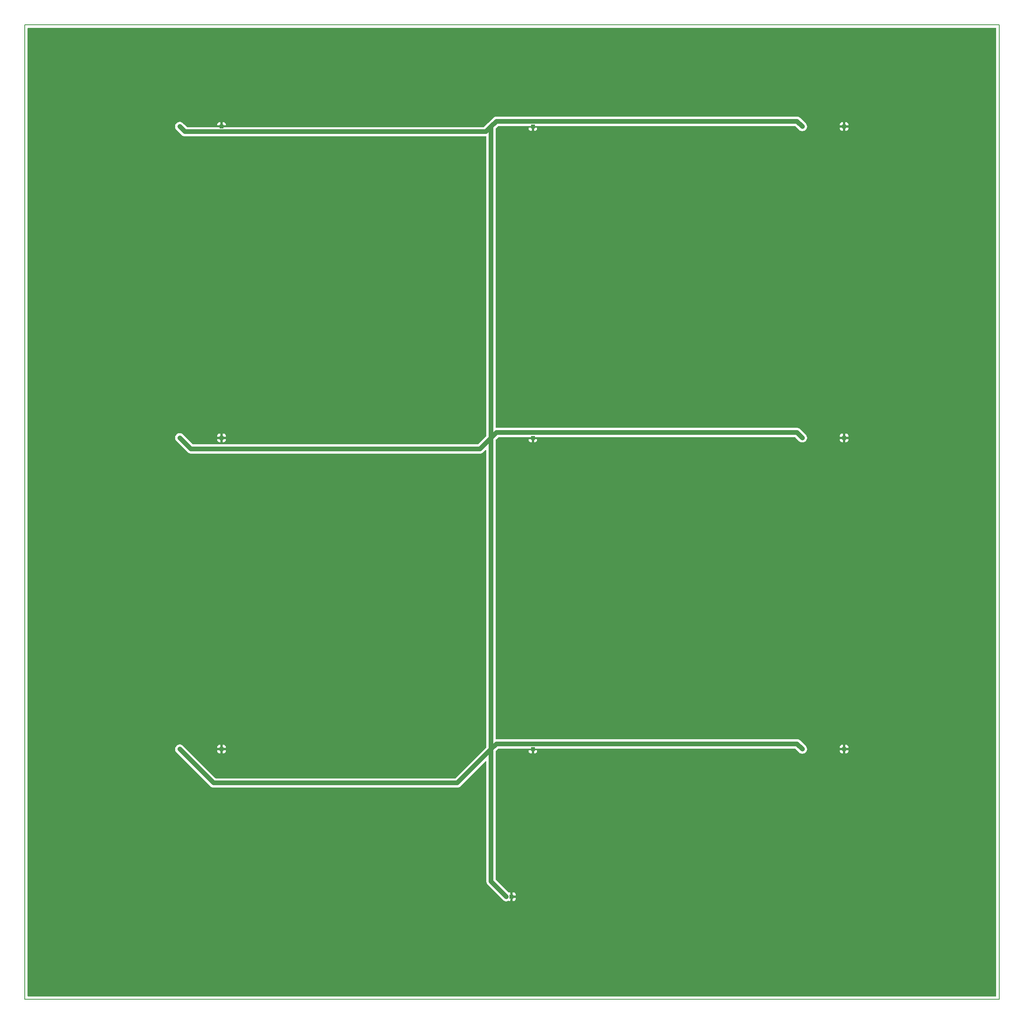
<source format=gbr>
%TF.GenerationSoftware,KiCad,Pcbnew,9.0.4*%
%TF.CreationDate,2025-09-15T19:22:17-07:00*%
%TF.ProjectId,solarboard,736f6c61-7262-46f6-9172-642e6b696361,rev?*%
%TF.SameCoordinates,Original*%
%TF.FileFunction,Copper,L1,Top*%
%TF.FilePolarity,Positive*%
%FSLAX46Y46*%
G04 Gerber Fmt 4.6, Leading zero omitted, Abs format (unit mm)*
G04 Created by KiCad (PCBNEW 9.0.4) date 2025-09-15 19:22:17*
%MOMM*%
%LPD*%
G01*
G04 APERTURE LIST*
%TA.AperFunction,NonConductor*%
%ADD10C,0.200000*%
%TD*%
%TA.AperFunction,ComponentPad*%
%ADD11C,0.850000*%
%TD*%
%TA.AperFunction,ComponentPad*%
%ADD12R,0.850000X0.850000*%
%TD*%
%TA.AperFunction,Conductor*%
%ADD13C,1.000000*%
%TD*%
G04 APERTURE END LIST*
D10*
X2100000Y12000000D02*
X212100000Y12000000D01*
X212100000Y-198000000D01*
X2100000Y-198000000D01*
X2100000Y12000000D01*
D11*
%TO.P,U4,1,V+*%
%TO.N,Net-(J1-Pin_2)*%
X102600000Y-9900000D03*
D12*
%TO.P,U4,2,V-*%
%TO.N,GND*%
X111600000Y-9900000D03*
%TD*%
D11*
%TO.P,U1,1,V+*%
%TO.N,Net-(J1-Pin_2)*%
X35500000Y-9900000D03*
D12*
%TO.P,U1,2,V-*%
%TO.N,GND*%
X44500000Y-9900000D03*
%TD*%
D11*
%TO.P,U8,1,V+*%
%TO.N,Net-(J1-Pin_2)*%
X169700000Y-77000000D03*
D12*
%TO.P,U8,2,V-*%
%TO.N,GND*%
X178700000Y-77000000D03*
%TD*%
D11*
%TO.P,U9,1,V+*%
%TO.N,Net-(J1-Pin_2)*%
X169700000Y-144100000D03*
D12*
%TO.P,U9,2,V-*%
%TO.N,GND*%
X178700000Y-144100000D03*
%TD*%
D11*
%TO.P,U2,1,V+*%
%TO.N,Net-(J1-Pin_2)*%
X35500000Y-77000000D03*
D12*
%TO.P,U2,2,V-*%
%TO.N,GND*%
X44500000Y-77000000D03*
%TD*%
%TO.P,J1,1,Pin_1*%
%TO.N,GND*%
X107000000Y-175900000D03*
D11*
%TO.P,J1,2,Pin_2*%
%TO.N,Net-(J1-Pin_2)*%
X106000000Y-175900000D03*
%TD*%
%TO.P,U7,1,V+*%
%TO.N,Net-(J1-Pin_2)*%
X169700000Y-9900000D03*
D12*
%TO.P,U7,2,V-*%
%TO.N,GND*%
X178700000Y-9900000D03*
%TD*%
D11*
%TO.P,U5,1,V+*%
%TO.N,Net-(J1-Pin_2)*%
X102600000Y-77000000D03*
D12*
%TO.P,U5,2,V-*%
%TO.N,GND*%
X111600000Y-77000000D03*
%TD*%
D11*
%TO.P,U3,1,V+*%
%TO.N,Net-(J1-Pin_2)*%
X35500000Y-144100000D03*
D12*
%TO.P,U3,2,V-*%
%TO.N,GND*%
X44500000Y-144100000D03*
%TD*%
D11*
%TO.P,U6,1,V+*%
%TO.N,Net-(J1-Pin_2)*%
X102600000Y-144100000D03*
D12*
%TO.P,U6,2,V-*%
%TO.N,GND*%
X111600000Y-144100000D03*
%TD*%
D13*
%TO.N,Net-(J1-Pin_2)*%
X169700000Y-77000000D02*
X168574000Y-75874000D01*
X168574000Y-8774000D02*
X103726000Y-8774000D01*
X100200000Y-79400000D02*
X37900000Y-79400000D01*
X102600000Y-144100000D02*
X102600000Y-172626000D01*
X103726000Y-8774000D02*
X102600000Y-9900000D01*
X95300000Y-151400000D02*
X42800000Y-151400000D01*
X37900000Y-79400000D02*
X35500000Y-77000000D01*
X168574000Y-75874000D02*
X103726000Y-75874000D01*
X169700000Y-9900000D02*
X168574000Y-8774000D01*
X102600000Y-77000000D02*
X100200000Y-79400000D01*
X102600000Y-77000000D02*
X102600000Y-144100000D01*
X102600000Y-9900000D02*
X102600000Y-77000000D01*
X168574000Y-142974000D02*
X103726000Y-142974000D01*
X42800000Y-151400000D02*
X35500000Y-144100000D01*
X36626000Y-11026000D02*
X35500000Y-9900000D01*
X101474000Y-11026000D02*
X36626000Y-11026000D01*
X103726000Y-142974000D02*
X102600000Y-144100000D01*
X103726000Y-75874000D02*
X102600000Y-77000000D01*
X169700000Y-144100000D02*
X168574000Y-142974000D01*
X102600000Y-9900000D02*
X101474000Y-11026000D01*
X102600000Y-144100000D02*
X95300000Y-151400000D01*
X102600000Y-172626000D02*
X105874000Y-175900000D01*
%TD*%
%TA.AperFunction,Conductor*%
%TO.N,GND*%
G36*
X211442539Y11379815D02*
G01*
X211488294Y11327011D01*
X211499500Y11275500D01*
X211499500Y-197275500D01*
X211479815Y-197342539D01*
X211427011Y-197388294D01*
X211375500Y-197399500D01*
X2824500Y-197399500D01*
X2757461Y-197379815D01*
X2711706Y-197327011D01*
X2700500Y-197275500D01*
X2700500Y-9801455D01*
X34499500Y-9801455D01*
X34499500Y-9998544D01*
X34537947Y-10191828D01*
X34537949Y-10191836D01*
X34613367Y-10373910D01*
X34613372Y-10373920D01*
X34722860Y-10537780D01*
X34722863Y-10537784D01*
X35848860Y-11663781D01*
X35848861Y-11663782D01*
X35988218Y-11803139D01*
X36152086Y-11912632D01*
X36258745Y-11956811D01*
X36334164Y-11988051D01*
X36500498Y-12021137D01*
X36527454Y-12026499D01*
X36527457Y-12026500D01*
X101475500Y-12026500D01*
X101542539Y-12046185D01*
X101588294Y-12098989D01*
X101599500Y-12150500D01*
X101599500Y-76534217D01*
X101579815Y-76601256D01*
X101563181Y-76621898D01*
X99821899Y-78363181D01*
X99760576Y-78396666D01*
X99734218Y-78399500D01*
X38365783Y-78399500D01*
X38298744Y-78379815D01*
X38278102Y-78363181D01*
X37387765Y-77472844D01*
X43575000Y-77472844D01*
X43581401Y-77532372D01*
X43581403Y-77532379D01*
X43631645Y-77667086D01*
X43631649Y-77667093D01*
X43717809Y-77782187D01*
X43717812Y-77782190D01*
X43832906Y-77868350D01*
X43832913Y-77868354D01*
X43967620Y-77918596D01*
X43967627Y-77918598D01*
X44027155Y-77924999D01*
X44027172Y-77925000D01*
X44250000Y-77925000D01*
X44750000Y-77925000D01*
X44972828Y-77925000D01*
X44972844Y-77924999D01*
X45032372Y-77918598D01*
X45032379Y-77918596D01*
X45167086Y-77868354D01*
X45167093Y-77868350D01*
X45282187Y-77782190D01*
X45282190Y-77782187D01*
X45368350Y-77667093D01*
X45368354Y-77667086D01*
X45418596Y-77532379D01*
X45418598Y-77532372D01*
X45424999Y-77472844D01*
X45425000Y-77472827D01*
X45425000Y-77250000D01*
X44750000Y-77250000D01*
X44750000Y-77925000D01*
X44250000Y-77925000D01*
X44250000Y-77250000D01*
X43575000Y-77250000D01*
X43575000Y-77472844D01*
X37387765Y-77472844D01*
X36865193Y-76950272D01*
X44250000Y-76950272D01*
X44250000Y-77049728D01*
X44288060Y-77141614D01*
X44358386Y-77211940D01*
X44450272Y-77250000D01*
X44549728Y-77250000D01*
X44641614Y-77211940D01*
X44711940Y-77141614D01*
X44750000Y-77049728D01*
X44750000Y-76950272D01*
X44711940Y-76858386D01*
X44641614Y-76788060D01*
X44549728Y-76750000D01*
X44750000Y-76750000D01*
X45425000Y-76750000D01*
X45425000Y-76527172D01*
X45424999Y-76527155D01*
X45418598Y-76467627D01*
X45418596Y-76467620D01*
X45368354Y-76332913D01*
X45368350Y-76332906D01*
X45282190Y-76217812D01*
X45282187Y-76217809D01*
X45167093Y-76131649D01*
X45167086Y-76131645D01*
X45032379Y-76081403D01*
X45032372Y-76081401D01*
X44972844Y-76075000D01*
X44750000Y-76075000D01*
X44750000Y-76750000D01*
X44549728Y-76750000D01*
X44450272Y-76750000D01*
X44358386Y-76788060D01*
X44288060Y-76858386D01*
X44250000Y-76950272D01*
X36865193Y-76950272D01*
X36442076Y-76527155D01*
X43575000Y-76527155D01*
X43575000Y-76750000D01*
X44250000Y-76750000D01*
X44250000Y-76075000D01*
X44027155Y-76075000D01*
X43967627Y-76081401D01*
X43967620Y-76081403D01*
X43832913Y-76131645D01*
X43832906Y-76131649D01*
X43717812Y-76217809D01*
X43717809Y-76217812D01*
X43631649Y-76332906D01*
X43631645Y-76332913D01*
X43581403Y-76467620D01*
X43581401Y-76467627D01*
X43575000Y-76527155D01*
X36442076Y-76527155D01*
X36137784Y-76222863D01*
X36137780Y-76222860D01*
X35973920Y-76113372D01*
X35973910Y-76113367D01*
X35791836Y-76037949D01*
X35791828Y-76037947D01*
X35598543Y-75999500D01*
X35598540Y-75999500D01*
X35401460Y-75999500D01*
X35401457Y-75999500D01*
X35208171Y-76037947D01*
X35208163Y-76037949D01*
X35026089Y-76113367D01*
X35026079Y-76113372D01*
X34862219Y-76222860D01*
X34862215Y-76222863D01*
X34722863Y-76362215D01*
X34722860Y-76362219D01*
X34613372Y-76526079D01*
X34613367Y-76526089D01*
X34537949Y-76708163D01*
X34537947Y-76708171D01*
X34499500Y-76901455D01*
X34499500Y-77098544D01*
X34537947Y-77291828D01*
X34537949Y-77291836D01*
X34613367Y-77473910D01*
X34613372Y-77473920D01*
X34722860Y-77637780D01*
X34722863Y-77637784D01*
X37262215Y-80177137D01*
X37262219Y-80177140D01*
X37426079Y-80286628D01*
X37426085Y-80286631D01*
X37426086Y-80286632D01*
X37608165Y-80362052D01*
X37801455Y-80400500D01*
X37801458Y-80400501D01*
X37801460Y-80400501D01*
X38004655Y-80400501D01*
X38004675Y-80400500D01*
X100298542Y-80400500D01*
X100329566Y-80394328D01*
X100395188Y-80381275D01*
X100491836Y-80362051D01*
X100545165Y-80339961D01*
X100673914Y-80286632D01*
X100837782Y-80177139D01*
X100977139Y-80037782D01*
X100977139Y-80037780D01*
X100987347Y-80027573D01*
X100987348Y-80027570D01*
X101387820Y-79627099D01*
X101449142Y-79593615D01*
X101518834Y-79598599D01*
X101574767Y-79640471D01*
X101599184Y-79705935D01*
X101599500Y-79714781D01*
X101599500Y-143634218D01*
X101579815Y-143701257D01*
X101563181Y-143721899D01*
X94921899Y-150363181D01*
X94860576Y-150396666D01*
X94834218Y-150399500D01*
X43265782Y-150399500D01*
X43198743Y-150379815D01*
X43178101Y-150363181D01*
X37387765Y-144572844D01*
X43575000Y-144572844D01*
X43581401Y-144632372D01*
X43581403Y-144632379D01*
X43631645Y-144767086D01*
X43631649Y-144767093D01*
X43717809Y-144882187D01*
X43717812Y-144882190D01*
X43832906Y-144968350D01*
X43832913Y-144968354D01*
X43967620Y-145018596D01*
X43967627Y-145018598D01*
X44027155Y-145024999D01*
X44027172Y-145025000D01*
X44250000Y-145025000D01*
X44750000Y-145025000D01*
X44972828Y-145025000D01*
X44972844Y-145024999D01*
X45032372Y-145018598D01*
X45032379Y-145018596D01*
X45167086Y-144968354D01*
X45167093Y-144968350D01*
X45282187Y-144882190D01*
X45282190Y-144882187D01*
X45368350Y-144767093D01*
X45368354Y-144767086D01*
X45418596Y-144632379D01*
X45418598Y-144632372D01*
X45424999Y-144572844D01*
X45425000Y-144572827D01*
X45425000Y-144350000D01*
X44750000Y-144350000D01*
X44750000Y-145025000D01*
X44250000Y-145025000D01*
X44250000Y-144350000D01*
X43575000Y-144350000D01*
X43575000Y-144572844D01*
X37387765Y-144572844D01*
X37201240Y-144386319D01*
X36865193Y-144050272D01*
X44250000Y-144050272D01*
X44250000Y-144149728D01*
X44288060Y-144241614D01*
X44358386Y-144311940D01*
X44450272Y-144350000D01*
X44549728Y-144350000D01*
X44641614Y-144311940D01*
X44711940Y-144241614D01*
X44750000Y-144149728D01*
X44750000Y-144050272D01*
X44711940Y-143958386D01*
X44641614Y-143888060D01*
X44549728Y-143850000D01*
X44750000Y-143850000D01*
X45425000Y-143850000D01*
X45425000Y-143627172D01*
X45424999Y-143627155D01*
X45418598Y-143567627D01*
X45418596Y-143567620D01*
X45368354Y-143432913D01*
X45368350Y-143432906D01*
X45282190Y-143317812D01*
X45282187Y-143317809D01*
X45167093Y-143231649D01*
X45167086Y-143231645D01*
X45032379Y-143181403D01*
X45032372Y-143181401D01*
X44972844Y-143175000D01*
X44750000Y-143175000D01*
X44750000Y-143850000D01*
X44549728Y-143850000D01*
X44450272Y-143850000D01*
X44358386Y-143888060D01*
X44288060Y-143958386D01*
X44250000Y-144050272D01*
X36865193Y-144050272D01*
X36442076Y-143627155D01*
X43575000Y-143627155D01*
X43575000Y-143850000D01*
X44250000Y-143850000D01*
X44250000Y-143175000D01*
X44027155Y-143175000D01*
X43967627Y-143181401D01*
X43967620Y-143181403D01*
X43832913Y-143231645D01*
X43832906Y-143231649D01*
X43717812Y-143317809D01*
X43717809Y-143317812D01*
X43631649Y-143432906D01*
X43631645Y-143432913D01*
X43581403Y-143567620D01*
X43581401Y-143567627D01*
X43575000Y-143627155D01*
X36442076Y-143627155D01*
X36137784Y-143322863D01*
X36137780Y-143322860D01*
X35973920Y-143213372D01*
X35973910Y-143213367D01*
X35791836Y-143137949D01*
X35791828Y-143137947D01*
X35598543Y-143099500D01*
X35598540Y-143099500D01*
X35401460Y-143099500D01*
X35401457Y-143099500D01*
X35208171Y-143137947D01*
X35208163Y-143137949D01*
X35026089Y-143213367D01*
X35026079Y-143213372D01*
X34862219Y-143322860D01*
X34862215Y-143322863D01*
X34722863Y-143462215D01*
X34722860Y-143462219D01*
X34613372Y-143626079D01*
X34613367Y-143626089D01*
X34537949Y-143808163D01*
X34537947Y-143808171D01*
X34499500Y-144001455D01*
X34499500Y-144198544D01*
X34537947Y-144391828D01*
X34537949Y-144391836D01*
X34613367Y-144573910D01*
X34613372Y-144573920D01*
X34722860Y-144737780D01*
X34722863Y-144737784D01*
X42019735Y-152034655D01*
X42019764Y-152034686D01*
X42162214Y-152177136D01*
X42162218Y-152177139D01*
X42326079Y-152286628D01*
X42326092Y-152286635D01*
X42454833Y-152339961D01*
X42497744Y-152357735D01*
X42508164Y-152362051D01*
X42604812Y-152381275D01*
X42653135Y-152390887D01*
X42701458Y-152400500D01*
X42701459Y-152400500D01*
X95398542Y-152400500D01*
X95429566Y-152394328D01*
X95495188Y-152381275D01*
X95591836Y-152362051D01*
X95645165Y-152339961D01*
X95773914Y-152286632D01*
X95937782Y-152177139D01*
X96077139Y-152037782D01*
X96077140Y-152037779D01*
X96084206Y-152030714D01*
X96084208Y-152030710D01*
X101387821Y-146727098D01*
X101449142Y-146693615D01*
X101518834Y-146698599D01*
X101574767Y-146740471D01*
X101599184Y-146805935D01*
X101599500Y-146814781D01*
X101599500Y-172724541D01*
X101599500Y-172724543D01*
X101599499Y-172724543D01*
X101637947Y-172917829D01*
X101637950Y-172917839D01*
X101713364Y-173099907D01*
X101713371Y-173099920D01*
X101822860Y-173263781D01*
X101822863Y-173263785D01*
X101966537Y-173407459D01*
X101966559Y-173407479D01*
X105236215Y-176677136D01*
X105236219Y-176677139D01*
X105400079Y-176786627D01*
X105400083Y-176786629D01*
X105400086Y-176786631D01*
X105582164Y-176862051D01*
X105775455Y-176900499D01*
X105775458Y-176900500D01*
X105775460Y-176900500D01*
X105972542Y-176900500D01*
X105972543Y-176900499D01*
X106165836Y-176862051D01*
X106318952Y-176798627D01*
X106388418Y-176791159D01*
X106409735Y-176797007D01*
X106467620Y-176818596D01*
X106467627Y-176818598D01*
X106527155Y-176824999D01*
X106527172Y-176825000D01*
X106750000Y-176825000D01*
X107250000Y-176825000D01*
X107472828Y-176825000D01*
X107472844Y-176824999D01*
X107532372Y-176818598D01*
X107532379Y-176818596D01*
X107667086Y-176768354D01*
X107667093Y-176768350D01*
X107782187Y-176682190D01*
X107782190Y-176682187D01*
X107868350Y-176567093D01*
X107868354Y-176567086D01*
X107918596Y-176432379D01*
X107918598Y-176432372D01*
X107924999Y-176372844D01*
X107925000Y-176372827D01*
X107925000Y-176150000D01*
X107250000Y-176150000D01*
X107250000Y-176825000D01*
X106750000Y-176825000D01*
X106750000Y-176481016D01*
X106769685Y-176413977D01*
X106770898Y-176412125D01*
X106820167Y-176338389D01*
X106889933Y-176169958D01*
X106898193Y-176128428D01*
X106950272Y-176150000D01*
X107049728Y-176150000D01*
X107141614Y-176111940D01*
X107211940Y-176041614D01*
X107250000Y-175949728D01*
X107250000Y-175850272D01*
X107211940Y-175758386D01*
X107141614Y-175688060D01*
X107049728Y-175650000D01*
X107250000Y-175650000D01*
X107925000Y-175650000D01*
X107925000Y-175427172D01*
X107924999Y-175427155D01*
X107918598Y-175367627D01*
X107918596Y-175367620D01*
X107868354Y-175232913D01*
X107868350Y-175232906D01*
X107782190Y-175117812D01*
X107782187Y-175117809D01*
X107667093Y-175031649D01*
X107667086Y-175031645D01*
X107532379Y-174981403D01*
X107532372Y-174981401D01*
X107472844Y-174975000D01*
X107250000Y-174975000D01*
X107250000Y-175650000D01*
X107049728Y-175650000D01*
X106950272Y-175650000D01*
X106898193Y-175671571D01*
X106889934Y-175630047D01*
X106889933Y-175630046D01*
X106889933Y-175630042D01*
X106889931Y-175630037D01*
X106820169Y-175461614D01*
X106770897Y-175387873D01*
X106750020Y-175321196D01*
X106750000Y-175318983D01*
X106750000Y-174975000D01*
X106527155Y-174975000D01*
X106467624Y-174981401D01*
X106460073Y-174983186D01*
X106459519Y-174980841D01*
X106401705Y-174984965D01*
X106340405Y-174951485D01*
X103636819Y-172247899D01*
X103603334Y-172186576D01*
X103600500Y-172160218D01*
X103600500Y-144572844D01*
X110675000Y-144572844D01*
X110681401Y-144632372D01*
X110681403Y-144632379D01*
X110731645Y-144767086D01*
X110731649Y-144767093D01*
X110817809Y-144882187D01*
X110817812Y-144882190D01*
X110932906Y-144968350D01*
X110932913Y-144968354D01*
X111067620Y-145018596D01*
X111067627Y-145018598D01*
X111127155Y-145024999D01*
X111127172Y-145025000D01*
X111350000Y-145025000D01*
X111850000Y-145025000D01*
X112072828Y-145025000D01*
X112072844Y-145024999D01*
X112132372Y-145018598D01*
X112132379Y-145018596D01*
X112267086Y-144968354D01*
X112267093Y-144968350D01*
X112382187Y-144882190D01*
X112382190Y-144882187D01*
X112468350Y-144767093D01*
X112468354Y-144767086D01*
X112518596Y-144632379D01*
X112518598Y-144632372D01*
X112524999Y-144572844D01*
X112525000Y-144572827D01*
X112525000Y-144350000D01*
X111850000Y-144350000D01*
X111850000Y-145025000D01*
X111350000Y-145025000D01*
X111350000Y-144350000D01*
X110675000Y-144350000D01*
X110675000Y-144572844D01*
X103600500Y-144572844D01*
X103600500Y-144565782D01*
X103620185Y-144498743D01*
X103636819Y-144478101D01*
X103903964Y-144210957D01*
X104104102Y-144010819D01*
X104165425Y-143977334D01*
X104191783Y-143974500D01*
X111381385Y-143974500D01*
X111350000Y-144050272D01*
X111350000Y-144149728D01*
X111388060Y-144241614D01*
X111458386Y-144311940D01*
X111550272Y-144350000D01*
X111649728Y-144350000D01*
X111741614Y-144311940D01*
X111811940Y-144241614D01*
X111850000Y-144149728D01*
X111850000Y-144050272D01*
X111818615Y-143974500D01*
X168108218Y-143974500D01*
X168175257Y-143994185D01*
X168195899Y-144010819D01*
X169062214Y-144877136D01*
X169062218Y-144877139D01*
X169226078Y-144986627D01*
X169226084Y-144986630D01*
X169226085Y-144986631D01*
X169408164Y-145062051D01*
X169601454Y-145100499D01*
X169601457Y-145100500D01*
X169601459Y-145100500D01*
X169798542Y-145100500D01*
X169798543Y-145100499D01*
X169991835Y-145062051D01*
X170173914Y-144986631D01*
X170337781Y-144877139D01*
X170477139Y-144737781D01*
X170586631Y-144573914D01*
X170587074Y-144572844D01*
X177775000Y-144572844D01*
X177781401Y-144632372D01*
X177781403Y-144632379D01*
X177831645Y-144767086D01*
X177831649Y-144767093D01*
X177917809Y-144882187D01*
X177917812Y-144882190D01*
X178032906Y-144968350D01*
X178032913Y-144968354D01*
X178167620Y-145018596D01*
X178167627Y-145018598D01*
X178227155Y-145024999D01*
X178227172Y-145025000D01*
X178450000Y-145025000D01*
X178950000Y-145025000D01*
X179172828Y-145025000D01*
X179172844Y-145024999D01*
X179232372Y-145018598D01*
X179232379Y-145018596D01*
X179367086Y-144968354D01*
X179367093Y-144968350D01*
X179482187Y-144882190D01*
X179482190Y-144882187D01*
X179568350Y-144767093D01*
X179568354Y-144767086D01*
X179618596Y-144632379D01*
X179618598Y-144632372D01*
X179624999Y-144572844D01*
X179625000Y-144572827D01*
X179625000Y-144350000D01*
X178950000Y-144350000D01*
X178950000Y-145025000D01*
X178450000Y-145025000D01*
X178450000Y-144350000D01*
X177775000Y-144350000D01*
X177775000Y-144572844D01*
X170587074Y-144572844D01*
X170662051Y-144391835D01*
X170670373Y-144350000D01*
X170685402Y-144274446D01*
X170685402Y-144274445D01*
X170700499Y-144198544D01*
X170700500Y-144198542D01*
X170700500Y-144050272D01*
X178450000Y-144050272D01*
X178450000Y-144149728D01*
X178488060Y-144241614D01*
X178558386Y-144311940D01*
X178650272Y-144350000D01*
X178749728Y-144350000D01*
X178841614Y-144311940D01*
X178911940Y-144241614D01*
X178950000Y-144149728D01*
X178950000Y-144050272D01*
X178911940Y-143958386D01*
X178841614Y-143888060D01*
X178749728Y-143850000D01*
X178950000Y-143850000D01*
X179625000Y-143850000D01*
X179625000Y-143627172D01*
X179624999Y-143627155D01*
X179618598Y-143567627D01*
X179618596Y-143567620D01*
X179568354Y-143432913D01*
X179568350Y-143432906D01*
X179482190Y-143317812D01*
X179482187Y-143317809D01*
X179367093Y-143231649D01*
X179367086Y-143231645D01*
X179232379Y-143181403D01*
X179232372Y-143181401D01*
X179172844Y-143175000D01*
X178950000Y-143175000D01*
X178950000Y-143850000D01*
X178749728Y-143850000D01*
X178650272Y-143850000D01*
X178558386Y-143888060D01*
X178488060Y-143958386D01*
X178450000Y-144050272D01*
X170700500Y-144050272D01*
X170700500Y-144001456D01*
X170700499Y-144001454D01*
X170677943Y-143888060D01*
X170662051Y-143808164D01*
X170626319Y-143721899D01*
X170605378Y-143671343D01*
X170605362Y-143671305D01*
X170601319Y-143661546D01*
X170587074Y-143627155D01*
X177775000Y-143627155D01*
X177775000Y-143850000D01*
X178450000Y-143850000D01*
X178450000Y-143175000D01*
X178227155Y-143175000D01*
X178167627Y-143181401D01*
X178167620Y-143181403D01*
X178032913Y-143231645D01*
X178032906Y-143231649D01*
X177917812Y-143317809D01*
X177917809Y-143317812D01*
X177831649Y-143432906D01*
X177831645Y-143432913D01*
X177781403Y-143567620D01*
X177781401Y-143567627D01*
X177775000Y-143627155D01*
X170587074Y-143627155D01*
X170586631Y-143626085D01*
X170586629Y-143626082D01*
X170586627Y-143626078D01*
X170477139Y-143462218D01*
X170477136Y-143462214D01*
X169358209Y-142343289D01*
X169358206Y-142343285D01*
X169358206Y-142343286D01*
X169351139Y-142336219D01*
X169351139Y-142336218D01*
X169211782Y-142196861D01*
X169211781Y-142196860D01*
X169211780Y-142196859D01*
X169047920Y-142087371D01*
X169047911Y-142087366D01*
X168975315Y-142057296D01*
X168919165Y-142034038D01*
X168865836Y-142011949D01*
X168865832Y-142011948D01*
X168865828Y-142011946D01*
X168769188Y-141992724D01*
X168672544Y-141973500D01*
X168672541Y-141973500D01*
X103824540Y-141973500D01*
X103724500Y-141973500D01*
X103657461Y-141953815D01*
X103611706Y-141901011D01*
X103600500Y-141849500D01*
X103600500Y-77472844D01*
X110675000Y-77472844D01*
X110681401Y-77532372D01*
X110681403Y-77532379D01*
X110731645Y-77667086D01*
X110731649Y-77667093D01*
X110817809Y-77782187D01*
X110817812Y-77782190D01*
X110932906Y-77868350D01*
X110932913Y-77868354D01*
X111067620Y-77918596D01*
X111067627Y-77918598D01*
X111127155Y-77924999D01*
X111127172Y-77925000D01*
X111350000Y-77925000D01*
X111850000Y-77925000D01*
X112072828Y-77925000D01*
X112072844Y-77924999D01*
X112132372Y-77918598D01*
X112132379Y-77918596D01*
X112267086Y-77868354D01*
X112267093Y-77868350D01*
X112382187Y-77782190D01*
X112382190Y-77782187D01*
X112468350Y-77667093D01*
X112468354Y-77667086D01*
X112518596Y-77532379D01*
X112518598Y-77532372D01*
X112524999Y-77472844D01*
X112525000Y-77472827D01*
X112525000Y-77250000D01*
X111850000Y-77250000D01*
X111850000Y-77925000D01*
X111350000Y-77925000D01*
X111350000Y-77250000D01*
X110675000Y-77250000D01*
X110675000Y-77472844D01*
X103600500Y-77472844D01*
X103600500Y-77465782D01*
X103620185Y-77398743D01*
X103636819Y-77378101D01*
X103903964Y-77110957D01*
X104104102Y-76910819D01*
X104165425Y-76877334D01*
X104191783Y-76874500D01*
X111381385Y-76874500D01*
X111350000Y-76950272D01*
X111350000Y-77049728D01*
X111388060Y-77141614D01*
X111458386Y-77211940D01*
X111550272Y-77250000D01*
X111649728Y-77250000D01*
X111741614Y-77211940D01*
X111811940Y-77141614D01*
X111850000Y-77049728D01*
X111850000Y-76950272D01*
X111818615Y-76874500D01*
X168108218Y-76874500D01*
X168175257Y-76894185D01*
X168195899Y-76910819D01*
X169062214Y-77777136D01*
X169062218Y-77777139D01*
X169226078Y-77886627D01*
X169226084Y-77886630D01*
X169226085Y-77886631D01*
X169408164Y-77962051D01*
X169601454Y-78000499D01*
X169601457Y-78000500D01*
X169601459Y-78000500D01*
X169798542Y-78000500D01*
X169798543Y-78000499D01*
X169991835Y-77962051D01*
X170173914Y-77886631D01*
X170337781Y-77777139D01*
X170477139Y-77637781D01*
X170586631Y-77473914D01*
X170587074Y-77472844D01*
X177775000Y-77472844D01*
X177781401Y-77532372D01*
X177781403Y-77532379D01*
X177831645Y-77667086D01*
X177831649Y-77667093D01*
X177917809Y-77782187D01*
X177917812Y-77782190D01*
X178032906Y-77868350D01*
X178032913Y-77868354D01*
X178167620Y-77918596D01*
X178167627Y-77918598D01*
X178227155Y-77924999D01*
X178227172Y-77925000D01*
X178450000Y-77925000D01*
X178950000Y-77925000D01*
X179172828Y-77925000D01*
X179172844Y-77924999D01*
X179232372Y-77918598D01*
X179232379Y-77918596D01*
X179367086Y-77868354D01*
X179367093Y-77868350D01*
X179482187Y-77782190D01*
X179482190Y-77782187D01*
X179568350Y-77667093D01*
X179568354Y-77667086D01*
X179618596Y-77532379D01*
X179618598Y-77532372D01*
X179624999Y-77472844D01*
X179625000Y-77472827D01*
X179625000Y-77250000D01*
X178950000Y-77250000D01*
X178950000Y-77925000D01*
X178450000Y-77925000D01*
X178450000Y-77250000D01*
X177775000Y-77250000D01*
X177775000Y-77472844D01*
X170587074Y-77472844D01*
X170662051Y-77291835D01*
X170670373Y-77250000D01*
X170685402Y-77174446D01*
X170685402Y-77174445D01*
X170700499Y-77098544D01*
X170700500Y-77098542D01*
X170700500Y-76950272D01*
X178450000Y-76950272D01*
X178450000Y-77049728D01*
X178488060Y-77141614D01*
X178558386Y-77211940D01*
X178650272Y-77250000D01*
X178749728Y-77250000D01*
X178841614Y-77211940D01*
X178911940Y-77141614D01*
X178950000Y-77049728D01*
X178950000Y-76950272D01*
X178911940Y-76858386D01*
X178841614Y-76788060D01*
X178749728Y-76750000D01*
X178950000Y-76750000D01*
X179625000Y-76750000D01*
X179625000Y-76527172D01*
X179624999Y-76527155D01*
X179618598Y-76467627D01*
X179618596Y-76467620D01*
X179568354Y-76332913D01*
X179568350Y-76332906D01*
X179482190Y-76217812D01*
X179482187Y-76217809D01*
X179367093Y-76131649D01*
X179367086Y-76131645D01*
X179232379Y-76081403D01*
X179232372Y-76081401D01*
X179172844Y-76075000D01*
X178950000Y-76075000D01*
X178950000Y-76750000D01*
X178749728Y-76750000D01*
X178650272Y-76750000D01*
X178558386Y-76788060D01*
X178488060Y-76858386D01*
X178450000Y-76950272D01*
X170700500Y-76950272D01*
X170700500Y-76901456D01*
X170700499Y-76901454D01*
X170677943Y-76788060D01*
X170662051Y-76708164D01*
X170662049Y-76708159D01*
X170605378Y-76571343D01*
X170605362Y-76571305D01*
X170587074Y-76527155D01*
X177775000Y-76527155D01*
X177775000Y-76750000D01*
X178450000Y-76750000D01*
X178450000Y-76075000D01*
X178227155Y-76075000D01*
X178167627Y-76081401D01*
X178167620Y-76081403D01*
X178032913Y-76131645D01*
X178032906Y-76131649D01*
X177917812Y-76217809D01*
X177917809Y-76217812D01*
X177831649Y-76332906D01*
X177831645Y-76332913D01*
X177781403Y-76467620D01*
X177781401Y-76467627D01*
X177775000Y-76527155D01*
X170587074Y-76527155D01*
X170586631Y-76526085D01*
X170586629Y-76526082D01*
X170586627Y-76526078D01*
X170477139Y-76362218D01*
X170477136Y-76362214D01*
X169358209Y-75243289D01*
X169358206Y-75243285D01*
X169358206Y-75243286D01*
X169351139Y-75236219D01*
X169351139Y-75236218D01*
X169211782Y-75096861D01*
X169211781Y-75096860D01*
X169211780Y-75096859D01*
X169047920Y-74987371D01*
X169047911Y-74987366D01*
X168975315Y-74957296D01*
X168919165Y-74934038D01*
X168865836Y-74911949D01*
X168865832Y-74911948D01*
X168865828Y-74911946D01*
X168769188Y-74892724D01*
X168672544Y-74873500D01*
X168672541Y-74873500D01*
X103824540Y-74873500D01*
X103724500Y-74873500D01*
X103657461Y-74853815D01*
X103611706Y-74801011D01*
X103600500Y-74749500D01*
X103600500Y-10372844D01*
X110675000Y-10372844D01*
X110681401Y-10432372D01*
X110681403Y-10432379D01*
X110731645Y-10567086D01*
X110731649Y-10567093D01*
X110817809Y-10682187D01*
X110817812Y-10682190D01*
X110932906Y-10768350D01*
X110932913Y-10768354D01*
X111067620Y-10818596D01*
X111067627Y-10818598D01*
X111127155Y-10824999D01*
X111127172Y-10825000D01*
X111350000Y-10825000D01*
X111850000Y-10825000D01*
X112072828Y-10825000D01*
X112072844Y-10824999D01*
X112132372Y-10818598D01*
X112132379Y-10818596D01*
X112267086Y-10768354D01*
X112267093Y-10768350D01*
X112382187Y-10682190D01*
X112382190Y-10682187D01*
X112468350Y-10567093D01*
X112468354Y-10567086D01*
X112518596Y-10432379D01*
X112518598Y-10432372D01*
X112524999Y-10372844D01*
X112525000Y-10372827D01*
X112525000Y-10150000D01*
X111850000Y-10150000D01*
X111850000Y-10825000D01*
X111350000Y-10825000D01*
X111350000Y-10150000D01*
X110675000Y-10150000D01*
X110675000Y-10372844D01*
X103600500Y-10372844D01*
X103600500Y-10365782D01*
X103620185Y-10298743D01*
X103636819Y-10278101D01*
X103903964Y-10010957D01*
X104104102Y-9810819D01*
X104165425Y-9777334D01*
X104191783Y-9774500D01*
X111381385Y-9774500D01*
X111350000Y-9850272D01*
X111350000Y-9949728D01*
X111388060Y-10041614D01*
X111458386Y-10111940D01*
X111550272Y-10150000D01*
X111649728Y-10150000D01*
X111741614Y-10111940D01*
X111811940Y-10041614D01*
X111850000Y-9949728D01*
X111850000Y-9850272D01*
X111818615Y-9774500D01*
X168108218Y-9774500D01*
X168175257Y-9794185D01*
X168195899Y-9810819D01*
X169062214Y-10677136D01*
X169062218Y-10677139D01*
X169226078Y-10786627D01*
X169226084Y-10786630D01*
X169226085Y-10786631D01*
X169408164Y-10862051D01*
X169601454Y-10900499D01*
X169601457Y-10900500D01*
X169601459Y-10900500D01*
X169798542Y-10900500D01*
X169798543Y-10900499D01*
X169991835Y-10862051D01*
X170173914Y-10786631D01*
X170337781Y-10677139D01*
X170477139Y-10537781D01*
X170586631Y-10373914D01*
X170587074Y-10372844D01*
X177775000Y-10372844D01*
X177781401Y-10432372D01*
X177781403Y-10432379D01*
X177831645Y-10567086D01*
X177831649Y-10567093D01*
X177917809Y-10682187D01*
X177917812Y-10682190D01*
X178032906Y-10768350D01*
X178032913Y-10768354D01*
X178167620Y-10818596D01*
X178167627Y-10818598D01*
X178227155Y-10824999D01*
X178227172Y-10825000D01*
X178450000Y-10825000D01*
X178950000Y-10825000D01*
X179172828Y-10825000D01*
X179172844Y-10824999D01*
X179232372Y-10818598D01*
X179232379Y-10818596D01*
X179367086Y-10768354D01*
X179367093Y-10768350D01*
X179482187Y-10682190D01*
X179482190Y-10682187D01*
X179568350Y-10567093D01*
X179568354Y-10567086D01*
X179618596Y-10432379D01*
X179618598Y-10432372D01*
X179624999Y-10372844D01*
X179625000Y-10372827D01*
X179625000Y-10150000D01*
X178950000Y-10150000D01*
X178950000Y-10825000D01*
X178450000Y-10825000D01*
X178450000Y-10150000D01*
X177775000Y-10150000D01*
X177775000Y-10372844D01*
X170587074Y-10372844D01*
X170662051Y-10191835D01*
X170670373Y-10150000D01*
X170685402Y-10074446D01*
X170685402Y-10074445D01*
X170700499Y-9998544D01*
X170700500Y-9998542D01*
X170700500Y-9850272D01*
X178450000Y-9850272D01*
X178450000Y-9949728D01*
X178488060Y-10041614D01*
X178558386Y-10111940D01*
X178650272Y-10150000D01*
X178749728Y-10150000D01*
X178841614Y-10111940D01*
X178911940Y-10041614D01*
X178950000Y-9949728D01*
X178950000Y-9850272D01*
X178911940Y-9758386D01*
X178841614Y-9688060D01*
X178749728Y-9650000D01*
X178950000Y-9650000D01*
X179625000Y-9650000D01*
X179625000Y-9427172D01*
X179624999Y-9427155D01*
X179618598Y-9367627D01*
X179618596Y-9367620D01*
X179568354Y-9232913D01*
X179568350Y-9232906D01*
X179482190Y-9117812D01*
X179482187Y-9117809D01*
X179367093Y-9031649D01*
X179367086Y-9031645D01*
X179232379Y-8981403D01*
X179232372Y-8981401D01*
X179172844Y-8975000D01*
X178950000Y-8975000D01*
X178950000Y-9650000D01*
X178749728Y-9650000D01*
X178650272Y-9650000D01*
X178558386Y-9688060D01*
X178488060Y-9758386D01*
X178450000Y-9850272D01*
X170700500Y-9850272D01*
X170700500Y-9801456D01*
X170700499Y-9801454D01*
X170677943Y-9688060D01*
X170662051Y-9608164D01*
X170587074Y-9427155D01*
X177775000Y-9427155D01*
X177775000Y-9650000D01*
X178450000Y-9650000D01*
X178450000Y-8975000D01*
X178227155Y-8975000D01*
X178167627Y-8981401D01*
X178167620Y-8981403D01*
X178032913Y-9031645D01*
X178032906Y-9031649D01*
X177917812Y-9117809D01*
X177917809Y-9117812D01*
X177831649Y-9232906D01*
X177831645Y-9232913D01*
X177781403Y-9367620D01*
X177781401Y-9367627D01*
X177775000Y-9427155D01*
X170587074Y-9427155D01*
X170586631Y-9426085D01*
X170586629Y-9426082D01*
X170586627Y-9426078D01*
X170477139Y-9262218D01*
X170477136Y-9262214D01*
X169358209Y-8143289D01*
X169358206Y-8143285D01*
X169358206Y-8143286D01*
X169351139Y-8136219D01*
X169351139Y-8136218D01*
X169211782Y-7996861D01*
X169211781Y-7996860D01*
X169211780Y-7996859D01*
X169047916Y-7887369D01*
X169047911Y-7887366D01*
X168975315Y-7857296D01*
X168919165Y-7834038D01*
X168865836Y-7811949D01*
X168865832Y-7811948D01*
X168865828Y-7811946D01*
X168769188Y-7792724D01*
X168672544Y-7773500D01*
X168672541Y-7773500D01*
X103824540Y-7773500D01*
X103627459Y-7773500D01*
X103627456Y-7773500D01*
X103434171Y-7811946D01*
X103434167Y-7811948D01*
X103434165Y-7811948D01*
X103434164Y-7811949D01*
X103358745Y-7843188D01*
X103358743Y-7843189D01*
X103252085Y-7887368D01*
X103252085Y-7887369D01*
X103252084Y-7887369D01*
X103088222Y-7996857D01*
X103088214Y-7996863D01*
X101962220Y-9122859D01*
X101962218Y-9122861D01*
X101095899Y-9989181D01*
X101034576Y-10022666D01*
X101008218Y-10025500D01*
X44718615Y-10025500D01*
X44750000Y-9949728D01*
X44750000Y-9850272D01*
X44711940Y-9758386D01*
X44641614Y-9688060D01*
X44549728Y-9650000D01*
X44750000Y-9650000D01*
X45425000Y-9650000D01*
X45425000Y-9427172D01*
X45424999Y-9427155D01*
X45418598Y-9367627D01*
X45418596Y-9367620D01*
X45368354Y-9232913D01*
X45368350Y-9232906D01*
X45282190Y-9117812D01*
X45282187Y-9117809D01*
X45167093Y-9031649D01*
X45167086Y-9031645D01*
X45032379Y-8981403D01*
X45032372Y-8981401D01*
X44972844Y-8975000D01*
X44750000Y-8975000D01*
X44750000Y-9650000D01*
X44549728Y-9650000D01*
X44450272Y-9650000D01*
X44358386Y-9688060D01*
X44288060Y-9758386D01*
X44250000Y-9850272D01*
X44250000Y-9949728D01*
X44281385Y-10025500D01*
X37091783Y-10025500D01*
X37024744Y-10005815D01*
X37004102Y-9989181D01*
X36442076Y-9427155D01*
X43575000Y-9427155D01*
X43575000Y-9650000D01*
X44250000Y-9650000D01*
X44250000Y-8975000D01*
X44027155Y-8975000D01*
X43967627Y-8981401D01*
X43967620Y-8981403D01*
X43832913Y-9031645D01*
X43832906Y-9031649D01*
X43717812Y-9117809D01*
X43717809Y-9117812D01*
X43631649Y-9232906D01*
X43631645Y-9232913D01*
X43581403Y-9367620D01*
X43581401Y-9367627D01*
X43575000Y-9427155D01*
X36442076Y-9427155D01*
X36137784Y-9122863D01*
X36137780Y-9122860D01*
X35973920Y-9013372D01*
X35973910Y-9013367D01*
X35791836Y-8937949D01*
X35791828Y-8937947D01*
X35598543Y-8899500D01*
X35598540Y-8899500D01*
X35401460Y-8899500D01*
X35401457Y-8899500D01*
X35208171Y-8937947D01*
X35208163Y-8937949D01*
X35026089Y-9013367D01*
X35026079Y-9013372D01*
X34862219Y-9122860D01*
X34862215Y-9122863D01*
X34722863Y-9262215D01*
X34722860Y-9262219D01*
X34613372Y-9426079D01*
X34613367Y-9426089D01*
X34537949Y-9608163D01*
X34537947Y-9608171D01*
X34499500Y-9801455D01*
X2700500Y-9801455D01*
X2700500Y11275500D01*
X2720185Y11342539D01*
X2772989Y11388294D01*
X2824500Y11399500D01*
X211375500Y11399500D01*
X211442539Y11379815D01*
G37*
%TD.AperFunction*%
%TD*%
M02*

</source>
